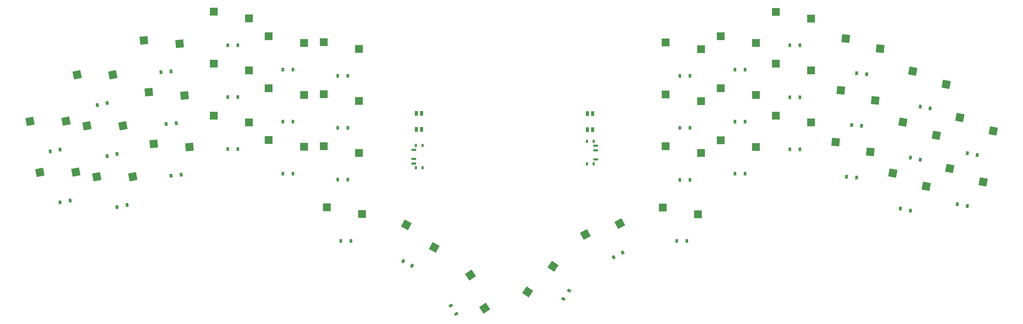
<source format=gbr>
%TF.GenerationSoftware,KiCad,Pcbnew,9.0.6*%
%TF.CreationDate,2025-12-31T17:57:57+01:00*%
%TF.ProjectId,right,72696768-742e-46b6-9963-61645f706362,v1.0.0*%
%TF.SameCoordinates,Original*%
%TF.FileFunction,Paste,Bot*%
%TF.FilePolarity,Positive*%
%FSLAX46Y46*%
G04 Gerber Fmt 4.6, Leading zero omitted, Abs format (unit mm)*
G04 Created by KiCad (PCBNEW 9.0.6) date 2025-12-31 17:57:57*
%MOMM*%
%LPD*%
G01*
G04 APERTURE LIST*
G04 Aperture macros list*
%AMRotRect*
0 Rectangle, with rotation*
0 The origin of the aperture is its center*
0 $1 length*
0 $2 width*
0 $3 Rotation angle, in degrees counterclockwise*
0 Add horizontal line*
21,1,$1,$2,0,0,$3*%
G04 Aperture macros list end*
%ADD10RotRect,0.900000X1.200000X11.000000*%
%ADD11RotRect,2.600000X2.600000X11.000000*%
%ADD12RotRect,0.900000X1.200000X5.500000*%
%ADD13RotRect,2.600000X2.600000X332.000000*%
%ADD14R,2.600000X2.600000*%
%ADD15RotRect,2.600000X2.600000X5.500000*%
%ADD16R,0.900000X1.200000*%
%ADD17RotRect,2.600000X2.600000X304.000000*%
%ADD18R,1.000000X1.550000*%
%ADD19R,0.800000X1.000000*%
%ADD20R,1.500000X0.700000*%
%ADD21RotRect,0.900000X1.200000X304.000000*%
%ADD22RotRect,0.900000X1.200000X332.000000*%
%ADD23RotRect,0.900000X1.200000X354.500000*%
%ADD24RotRect,2.600000X2.600000X349.000000*%
%ADD25RotRect,2.600000X2.600000X354.500000*%
%ADD26RotRect,0.900000X1.200000X349.000000*%
%ADD27RotRect,0.900000X1.200000X28.000000*%
%ADD28RotRect,2.600000X2.600000X28.000000*%
%ADD29RotRect,0.900000X1.200000X56.000000*%
%ADD30RotRect,2.600000X2.600000X56.000000*%
G04 APERTURE END LIST*
D10*
%TO.C,D1*%
X91916896Y-146047003D03*
X95156268Y-145417341D03*
%TD*%
%TO.C,D2*%
X88673139Y-129359346D03*
X91912511Y-128729684D03*
%TD*%
D11*
%TO.C,S3*%
X78800015Y-102805356D03*
X90557588Y-102761091D03*
%TD*%
D12*
%TO.C,D4*%
X109573012Y-135834424D03*
X112857824Y-135518130D03*
%TD*%
D13*
%TO.C,S17*%
X186539503Y-151900012D03*
X195704713Y-159264891D03*
%TD*%
D14*
%TO.C,S8*%
X123512929Y-99171324D03*
X135062925Y-101371320D03*
%TD*%
D11*
%TO.C,S2*%
X82043766Y-119493025D03*
X93801339Y-119448760D03*
%TD*%
D15*
%TO.C,S6*%
X100661041Y-91534656D03*
X112368731Y-92617513D03*
%TD*%
D14*
%TO.C,S15*%
X159512942Y-92171321D03*
X171062938Y-94371317D03*
%TD*%
D16*
%TO.C,D10*%
X146137925Y-135121306D03*
X149437925Y-135121308D03*
%TD*%
%TO.C,D9*%
X128137919Y-93121318D03*
X131437919Y-93121320D03*
%TD*%
%TO.C,D7*%
X128137929Y-127121306D03*
X131437929Y-127121308D03*
%TD*%
%TO.C,D8*%
X128137917Y-110121309D03*
X131437917Y-110121311D03*
%TD*%
D14*
%TO.C,S16*%
X160512922Y-146171324D03*
X172062918Y-148371320D03*
%TD*%
D17*
%TO.C,S18*%
X207558595Y-168367887D03*
X212193397Y-179173498D03*
%TD*%
D14*
%TO.C,S9*%
X123512927Y-82171310D03*
X135062923Y-84371306D03*
%TD*%
D16*
%TO.C,D15*%
X164137923Y-103121318D03*
X167437923Y-103121320D03*
%TD*%
D14*
%TO.C,S11*%
X141512927Y-107171315D03*
X153062923Y-109371311D03*
%TD*%
%TO.C,S7*%
X123512927Y-116171315D03*
X135062923Y-118371311D03*
%TD*%
D16*
%TO.C,D12*%
X146137926Y-101121316D03*
X149437926Y-101121318D03*
%TD*%
D15*
%TO.C,S4*%
X103919796Y-125378120D03*
X115627486Y-126460977D03*
%TD*%
D11*
%TO.C,S19*%
X66664187Y-134707114D03*
X78421760Y-134662849D03*
%TD*%
D18*
%TO.C,RST1*%
X191567039Y-115409056D03*
X189867040Y-115409058D03*
X191567042Y-120659054D03*
X189867043Y-120659056D03*
%TD*%
D19*
%TO.C,PWR1*%
X189674753Y-133229491D03*
X189674754Y-125929496D03*
X191884754Y-133229497D03*
X191884755Y-125929496D03*
D20*
X189024756Y-127329495D03*
X189024752Y-130329494D03*
X189024751Y-131829498D03*
%TD*%
D15*
%TO.C,S5*%
X102290423Y-108456389D03*
X113998113Y-109539246D03*
%TD*%
D16*
%TO.C,D11*%
X146137921Y-118121314D03*
X149437921Y-118121316D03*
%TD*%
D12*
%TO.C,D6*%
X106314266Y-101990947D03*
X109599078Y-101674653D03*
%TD*%
D14*
%TO.C,S14*%
X159512921Y-109171316D03*
X171062917Y-111371312D03*
%TD*%
%TO.C,S10*%
X141512932Y-124171324D03*
X153062928Y-126371320D03*
%TD*%
D11*
%TO.C,S1*%
X85287511Y-136180678D03*
X97045084Y-136136413D03*
%TD*%
D16*
%TO.C,D16*%
X165137931Y-157121322D03*
X168437931Y-157121324D03*
%TD*%
D10*
%TO.C,D20*%
X70049809Y-127885767D03*
X73289181Y-127256105D03*
%TD*%
D16*
%TO.C,D13*%
X164137922Y-137121308D03*
X167437922Y-137121310D03*
%TD*%
D21*
%TO.C,D18*%
X201066910Y-178325336D03*
X202912242Y-181061164D03*
%TD*%
D14*
%TO.C,S12*%
X141512935Y-90171315D03*
X153062931Y-92371311D03*
%TD*%
%TO.C,S13*%
X159512933Y-126171323D03*
X171062929Y-128371319D03*
%TD*%
D10*
%TO.C,D19*%
X73293560Y-144573430D03*
X76532932Y-143943768D03*
%TD*%
%TO.C,D3*%
X85429391Y-112671681D03*
X88668763Y-112042019D03*
%TD*%
D12*
%TO.C,D5*%
X107943633Y-118912689D03*
X111228445Y-118596395D03*
%TD*%
D22*
%TO.C,D17*%
X185482428Y-163739600D03*
X188396154Y-165288858D03*
%TD*%
D16*
%TO.C,D14*%
X164137925Y-120121309D03*
X167437925Y-120121311D03*
%TD*%
D11*
%TO.C,S20*%
X63420434Y-118019443D03*
X75178007Y-117975178D03*
%TD*%
D16*
%TO.C,D34*%
X276028342Y-120147973D03*
X279328342Y-120147973D03*
%TD*%
D23*
%TO.C,D25*%
X332210197Y-119198128D03*
X335495005Y-119514416D03*
%TD*%
D24*
%TO.C,S39*%
X364372431Y-133483965D03*
X375290445Y-137847391D03*
%TD*%
D14*
%TO.C,S35*%
X271403341Y-92197973D03*
X282953339Y-94397973D03*
%TD*%
D24*
%TO.C,S23*%
X352236601Y-101582215D03*
X363154615Y-105945641D03*
%TD*%
D25*
%TO.C,S26*%
X330285379Y-90933520D03*
X341571345Y-94230411D03*
%TD*%
D24*
%TO.C,S40*%
X367616178Y-116796307D03*
X378534192Y-121159733D03*
%TD*%
D26*
%TO.C,D23*%
X354687261Y-113213531D03*
X357926631Y-113843201D03*
%TD*%
%TO.C,D21*%
X348199764Y-146588844D03*
X351439134Y-147218514D03*
%TD*%
D16*
%TO.C,D31*%
X294028339Y-118147968D03*
X297328339Y-118147968D03*
%TD*%
D27*
%TO.C,D37*%
X254367797Y-162498683D03*
X257281523Y-160949429D03*
%TD*%
D14*
%TO.C,S33*%
X271403341Y-126197978D03*
X282953339Y-128397978D03*
%TD*%
%TO.C,S28*%
X307403344Y-99197972D03*
X318953342Y-101397972D03*
%TD*%
%TO.C,S34*%
X271403343Y-109197971D03*
X282953341Y-111397971D03*
%TD*%
%TO.C,S36*%
X270403342Y-146197975D03*
X281953340Y-148397975D03*
%TD*%
D16*
%TO.C,D35*%
X276028340Y-103147969D03*
X279328340Y-103147969D03*
%TD*%
D18*
%TO.C,RST1*%
X245828340Y-120772980D03*
X247528341Y-120772981D03*
X245828341Y-115522979D03*
X247528342Y-115522980D03*
%TD*%
D28*
%TO.C,S37*%
X245143448Y-155001714D03*
X256374330Y-151521803D03*
%TD*%
D16*
%TO.C,D27*%
X312028343Y-127147975D03*
X315328343Y-127147975D03*
%TD*%
%TO.C,D30*%
X294028335Y-135147972D03*
X297328335Y-135147972D03*
%TD*%
%TO.C,D33*%
X276028335Y-137147964D03*
X279328335Y-137147964D03*
%TD*%
D14*
%TO.C,S32*%
X289403340Y-90197976D03*
X300953338Y-92397976D03*
%TD*%
%TO.C,S31*%
X289403339Y-107197970D03*
X300953337Y-109397970D03*
%TD*%
D25*
%TO.C,S24*%
X327026623Y-124776986D03*
X338312589Y-128073877D03*
%TD*%
D23*
%TO.C,D24*%
X330580815Y-136119854D03*
X333865623Y-136436142D03*
%TD*%
D24*
%TO.C,S22*%
X348992842Y-118269875D03*
X359910856Y-122633301D03*
%TD*%
D26*
%TO.C,D40*%
X370066847Y-128427605D03*
X373306217Y-129057275D03*
%TD*%
D16*
%TO.C,D28*%
X312028339Y-110147969D03*
X315328339Y-110147969D03*
%TD*%
%TO.C,D29*%
X312028339Y-93147970D03*
X315328339Y-93147970D03*
%TD*%
D14*
%TO.C,S30*%
X289403341Y-124197972D03*
X300953339Y-126397972D03*
%TD*%
D29*
%TO.C,D38*%
X237909176Y-176113599D03*
X239754504Y-173377773D03*
%TD*%
D30*
%TO.C,S38*%
X226244947Y-173824732D03*
X234527509Y-165479572D03*
%TD*%
D14*
%TO.C,S29*%
X307403336Y-82197983D03*
X318953334Y-84397983D03*
%TD*%
D23*
%TO.C,D26*%
X333839576Y-102276390D03*
X337124384Y-102592678D03*
%TD*%
D24*
%TO.C,S21*%
X345749098Y-134957545D03*
X356667112Y-139320971D03*
%TD*%
D25*
%TO.C,S25*%
X328656006Y-107855251D03*
X339941972Y-111152142D03*
%TD*%
D26*
%TO.C,D22*%
X351443510Y-129901189D03*
X354682880Y-130530859D03*
%TD*%
D19*
%TO.C,PWR1*%
X247856061Y-124586987D03*
X247856054Y-131886992D03*
X245646055Y-131886979D03*
X245646052Y-124586983D03*
D20*
X248506052Y-130486988D03*
X248506049Y-127486985D03*
X248506051Y-125986986D03*
%TD*%
D16*
%TO.C,D32*%
X294028338Y-101147967D03*
X297328338Y-101147967D03*
%TD*%
%TO.C,D36*%
X275028335Y-157147975D03*
X278328335Y-157147975D03*
%TD*%
D26*
%TO.C,D39*%
X366823095Y-145115277D03*
X370062465Y-145744947D03*
%TD*%
D14*
%TO.C,S27*%
X307403334Y-116197968D03*
X318953332Y-118397968D03*
%TD*%
M02*

</source>
